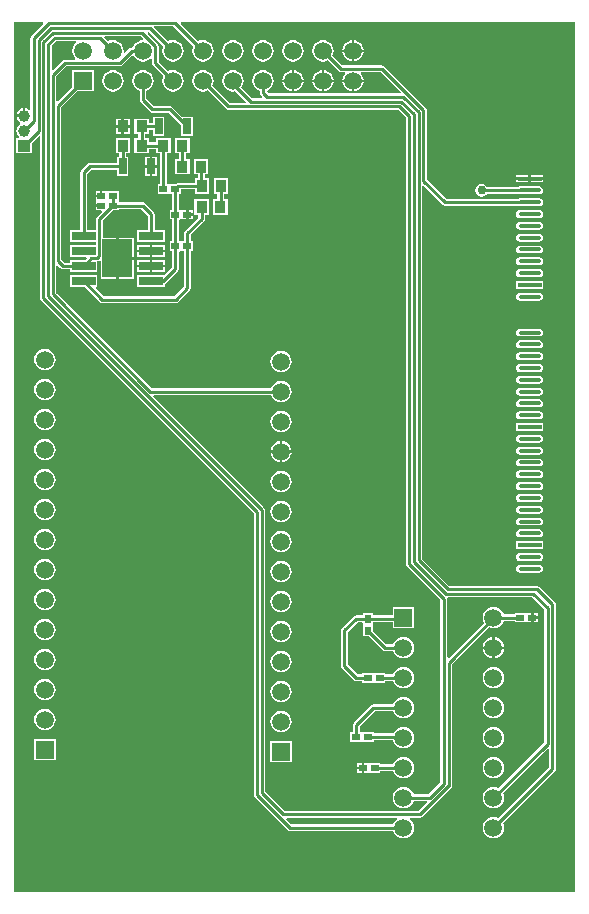
<source format=gtl>
G04 Layer_Physical_Order=1*
G04 Layer_Color=255*
%FSLAX24Y24*%
%MOIN*%
G70*
G01*
G75*
%ADD10R,0.0250X0.0200*%
%ADD11R,0.0354X0.0394*%
%ADD12R,0.0200X0.0250*%
%ADD13R,0.0256X0.0532*%
%ADD14O,0.0787X0.0138*%
%ADD15R,0.0787X0.0138*%
%ADD16R,0.0800X0.0260*%
%ADD17R,0.1000X0.1260*%
%ADD18C,0.0100*%
%ADD19C,0.0591*%
%ADD20R,0.0591X0.0591*%
%ADD21R,0.0591X0.0591*%
%ADD22C,0.0394*%
%ADD23R,0.0394X0.0394*%
%ADD24C,0.0300*%
G36*
X18850Y153D02*
X153D01*
Y29147D01*
X1112D01*
X1131Y29101D01*
X731Y28701D01*
X706Y28665D01*
X698Y28622D01*
X698Y28622D01*
Y26267D01*
X648Y26243D01*
X620Y26264D01*
X557Y26290D01*
X530Y26294D01*
Y26040D01*
X490D01*
Y26000D01*
X236D01*
X240Y25973D01*
X266Y25910D01*
X307Y25857D01*
X358Y25817D01*
X362Y25791D01*
Y25789D01*
X358Y25763D01*
X307Y25723D01*
X266Y25670D01*
X240Y25607D01*
X231Y25540D01*
X240Y25473D01*
X266Y25410D01*
X307Y25357D01*
X320Y25347D01*
X303Y25297D01*
X233D01*
Y24783D01*
X747D01*
Y25138D01*
X972Y25363D01*
X1018Y25344D01*
Y19960D01*
X1018Y19960D01*
X1026Y19917D01*
X1051Y19881D01*
X8148Y12784D01*
Y3390D01*
X8148Y3390D01*
X8156Y3347D01*
X8181Y3311D01*
X9271Y2221D01*
X9271Y2221D01*
X9307Y2196D01*
X9350Y2188D01*
X9350Y2188D01*
X11136D01*
X11136Y2188D01*
X11146Y2190D01*
X12794D01*
X12822Y2123D01*
X12879Y2049D01*
X12953Y1992D01*
X13039Y1956D01*
X13132Y1944D01*
X13225Y1956D01*
X13311Y1992D01*
X13386Y2049D01*
X13442Y2123D01*
X13478Y2209D01*
X13490Y2302D01*
X13478Y2395D01*
X13442Y2481D01*
X13386Y2556D01*
X13343Y2588D01*
X13360Y2638D01*
X13686D01*
X13686Y2638D01*
X13729Y2646D01*
X13766Y2671D01*
X14683Y3588D01*
X14717Y3611D01*
X14741Y3647D01*
X14750Y3690D01*
Y7761D01*
X15972Y8984D01*
X16039Y8956D01*
X16132Y8944D01*
X16225Y8956D01*
X16311Y8992D01*
X16386Y9049D01*
X16442Y9123D01*
X16470Y9190D01*
X16845D01*
Y9150D01*
X17195D01*
X17245Y9150D01*
X17265Y9150D01*
X17390D01*
Y9310D01*
Y9470D01*
X17265D01*
X17215Y9470D01*
X17195Y9470D01*
X16845D01*
Y9414D01*
X16470D01*
X16442Y9481D01*
X16386Y9556D01*
X16311Y9612D01*
X16225Y9648D01*
X16132Y9660D01*
X16039Y9648D01*
X15953Y9612D01*
X15879Y9556D01*
X15822Y9481D01*
X15786Y9395D01*
X15774Y9302D01*
X15786Y9209D01*
X15814Y9142D01*
X14636Y7964D01*
X14590Y7984D01*
Y9940D01*
X14631Y9988D01*
X17418D01*
X17828Y9578D01*
Y5156D01*
X16292Y3620D01*
X16225Y3648D01*
X16132Y3660D01*
X16039Y3648D01*
X15953Y3612D01*
X15879Y3556D01*
X15822Y3481D01*
X15786Y3395D01*
X15774Y3302D01*
X15786Y3209D01*
X15822Y3123D01*
X15879Y3049D01*
X15953Y2992D01*
X16039Y2956D01*
X16132Y2944D01*
X16225Y2956D01*
X16311Y2992D01*
X16386Y3049D01*
X16442Y3123D01*
X16478Y3209D01*
X16490Y3302D01*
X16478Y3395D01*
X16451Y3462D01*
X17942Y4953D01*
X17988Y4934D01*
Y4316D01*
X16292Y2621D01*
X16225Y2648D01*
X16132Y2660D01*
X16039Y2648D01*
X15953Y2612D01*
X15879Y2556D01*
X15822Y2481D01*
X15786Y2395D01*
X15774Y2302D01*
X15786Y2209D01*
X15822Y2123D01*
X15879Y2049D01*
X15953Y1992D01*
X16039Y1956D01*
X16132Y1944D01*
X16225Y1956D01*
X16311Y1992D01*
X16386Y2049D01*
X16442Y2123D01*
X16478Y2209D01*
X16490Y2302D01*
X16478Y2395D01*
X16451Y2462D01*
X18179Y4191D01*
X18179Y4191D01*
X18204Y4227D01*
X18212Y4270D01*
X18212Y4270D01*
Y9747D01*
X18212Y9747D01*
X18204Y9790D01*
X18179Y9826D01*
X17666Y10339D01*
X17630Y10364D01*
X17587Y10372D01*
X17587Y10372D01*
X14656D01*
X13752Y11276D01*
Y23694D01*
X13798Y23713D01*
X14438Y23073D01*
X14438Y23073D01*
X14474Y23049D01*
X14517Y23040D01*
X14517Y23040D01*
X16951D01*
X16965Y23031D01*
X17015Y23021D01*
X17665D01*
X17715Y23031D01*
X17758Y23060D01*
X17786Y23102D01*
X17796Y23153D01*
X17786Y23203D01*
X17758Y23246D01*
X17715Y23274D01*
X17665Y23284D01*
X17015D01*
X16965Y23274D01*
X16951Y23265D01*
X14564D01*
X13912Y23916D01*
Y26226D01*
X13904Y26269D01*
X13879Y26306D01*
X13879Y26306D01*
X12500Y27685D01*
X12464Y27709D01*
X12421Y27717D01*
X12421Y27717D01*
X11091D01*
X10768Y28040D01*
X10796Y28107D01*
X10808Y28200D01*
X10796Y28293D01*
X10760Y28379D01*
X10703Y28453D01*
X10629Y28510D01*
X10543Y28546D01*
X10450Y28558D01*
X10357Y28546D01*
X10271Y28510D01*
X10197Y28453D01*
X10140Y28379D01*
X10104Y28293D01*
X10092Y28200D01*
X10104Y28107D01*
X10140Y28021D01*
X10197Y27947D01*
X10271Y27890D01*
X10357Y27854D01*
X10450Y27842D01*
X10543Y27854D01*
X10610Y27882D01*
X10965Y27526D01*
X10965Y27526D01*
X11002Y27502D01*
X11045Y27493D01*
X11045Y27493D01*
X11173D01*
X11189Y27443D01*
X11140Y27379D01*
X11104Y27293D01*
X11097Y27240D01*
X11803D01*
X11796Y27293D01*
X11760Y27379D01*
X11711Y27443D01*
X11727Y27493D01*
X12375D01*
X13039Y26828D01*
X13020Y26782D01*
X8636D01*
X8597Y26822D01*
X8608Y26881D01*
X8629Y26890D01*
X8703Y26947D01*
X8760Y27021D01*
X8796Y27107D01*
X8808Y27200D01*
X8796Y27293D01*
X8760Y27379D01*
X8703Y27453D01*
X8629Y27510D01*
X8543Y27546D01*
X8450Y27558D01*
X8357Y27546D01*
X8271Y27510D01*
X8197Y27453D01*
X8140Y27379D01*
X8104Y27293D01*
X8092Y27200D01*
X8104Y27107D01*
X8140Y27021D01*
X8197Y26947D01*
X8271Y26890D01*
X8338Y26862D01*
Y26810D01*
X8338Y26810D01*
X8346Y26767D01*
X8371Y26731D01*
X8433Y26668D01*
X8414Y26622D01*
X8082D01*
X7727Y26977D01*
X7760Y27021D01*
X7796Y27107D01*
X7808Y27200D01*
X7796Y27293D01*
X7760Y27379D01*
X7703Y27453D01*
X7629Y27510D01*
X7543Y27546D01*
X7450Y27558D01*
X7357Y27546D01*
X7271Y27510D01*
X7197Y27453D01*
X7140Y27379D01*
X7104Y27293D01*
X7092Y27200D01*
X7104Y27107D01*
X7140Y27021D01*
X7197Y26947D01*
X7271Y26890D01*
X7357Y26854D01*
X7450Y26842D01*
X7534Y26853D01*
X7879Y26508D01*
X7860Y26462D01*
X7346D01*
X6768Y27040D01*
X6796Y27107D01*
X6808Y27200D01*
X6796Y27293D01*
X6760Y27379D01*
X6703Y27453D01*
X6629Y27510D01*
X6543Y27546D01*
X6450Y27558D01*
X6357Y27546D01*
X6271Y27510D01*
X6197Y27453D01*
X6140Y27379D01*
X6104Y27293D01*
X6092Y27200D01*
X6104Y27107D01*
X6140Y27021D01*
X6197Y26947D01*
X6271Y26890D01*
X6357Y26854D01*
X6450Y26842D01*
X6543Y26854D01*
X6610Y26882D01*
X7221Y26271D01*
X7221Y26271D01*
X7257Y26246D01*
X7300Y26238D01*
X7300Y26238D01*
X12951D01*
X13208Y25981D01*
Y11097D01*
X13208Y11097D01*
X13216Y11055D01*
X13241Y11018D01*
X14365Y9894D01*
Y3814D01*
X13966Y3414D01*
X13470D01*
X13442Y3481D01*
X13386Y3556D01*
X13311Y3612D01*
X13225Y3648D01*
X13132Y3660D01*
X13039Y3648D01*
X12953Y3612D01*
X12879Y3556D01*
X12822Y3481D01*
X12786Y3395D01*
X12774Y3302D01*
X12786Y3209D01*
X12822Y3123D01*
X12879Y3049D01*
X12953Y2992D01*
X13039Y2956D01*
X13132Y2944D01*
X13225Y2956D01*
X13311Y2992D01*
X13386Y3049D01*
X13442Y3123D01*
X13470Y3190D01*
X13902D01*
X13921Y3144D01*
X13640Y2862D01*
X9173D01*
X8532Y3503D01*
Y12896D01*
X8532Y12896D01*
X8524Y12939D01*
X8499Y12976D01*
X8499Y12976D01*
X4791Y16684D01*
X4810Y16730D01*
X8717D01*
X8745Y16663D01*
X8802Y16589D01*
X8876Y16532D01*
X8962Y16496D01*
X9055Y16484D01*
X9148Y16496D01*
X9234Y16532D01*
X9309Y16589D01*
X9365Y16663D01*
X9401Y16750D01*
X9413Y16843D01*
X9401Y16935D01*
X9365Y17022D01*
X9309Y17096D01*
X9234Y17153D01*
X9148Y17189D01*
X9055Y17201D01*
X8962Y17189D01*
X8876Y17153D01*
X8802Y17096D01*
X8745Y17022D01*
X8717Y16955D01*
X4746D01*
X1562Y20139D01*
Y21024D01*
X1608Y21043D01*
X1701Y20951D01*
X1701Y20951D01*
X1737Y20926D01*
X1780Y20918D01*
X2015D01*
Y20840D01*
X2935D01*
Y21181D01*
X2963Y21186D01*
X2990Y21204D01*
X3040Y21188D01*
Y20590D01*
X3560D01*
Y21280D01*
Y21970D01*
X3102D01*
Y22535D01*
X3447Y22880D01*
X3645D01*
Y22928D01*
X4394D01*
X4612Y22709D01*
Y22220D01*
X4265D01*
Y21840D01*
X5185D01*
Y22220D01*
X4837D01*
Y22755D01*
X4837Y22755D01*
X4828Y22798D01*
X4804Y22835D01*
X4519Y23119D01*
X4483Y23144D01*
X4440Y23152D01*
X4440Y23152D01*
X3650D01*
X3645Y23200D01*
D01*
X3639Y23249D01*
Y23526D01*
X3289D01*
X3239Y23526D01*
X3219Y23526D01*
X3094D01*
Y23366D01*
X3054D01*
Y23326D01*
X2869D01*
Y23248D01*
X2869Y23206D01*
X2875Y23159D01*
Y23080D01*
X3060D01*
Y23000D01*
X2875D01*
Y22880D01*
X3064D01*
X3083Y22834D01*
X2911Y22661D01*
X2886Y22625D01*
X2878Y22582D01*
X2878Y22582D01*
Y22220D01*
X2587D01*
Y24099D01*
X2726Y24238D01*
X3590D01*
Y24024D01*
X3966D01*
Y24676D01*
X3887D01*
Y24783D01*
X4012D01*
Y25297D01*
X3538D01*
Y24783D01*
X3663D01*
Y24676D01*
X3590D01*
Y24462D01*
X2680D01*
X2680Y24462D01*
X2637Y24454D01*
X2601Y24429D01*
X2601Y24429D01*
X2396Y24224D01*
X2371Y24188D01*
X2363Y24145D01*
X2363Y24145D01*
Y22220D01*
X2015D01*
Y21840D01*
X2878D01*
Y21720D01*
X2015D01*
Y21340D01*
X2561D01*
X2580Y21294D01*
X2506Y21220D01*
X2015D01*
Y21142D01*
X1826D01*
X1722Y21246D01*
Y26314D01*
X2253Y26845D01*
X2805D01*
Y27555D01*
X2095D01*
Y27003D01*
X1608Y26517D01*
X1562Y26536D01*
Y27354D01*
X1886Y27678D01*
X3670D01*
X3670Y27678D01*
X3713Y27686D01*
X3749Y27711D01*
X4084Y28046D01*
X4133Y28036D01*
X4140Y28021D01*
X4197Y27947D01*
X4271Y27890D01*
X4357Y27854D01*
X4450Y27842D01*
X4543Y27854D01*
X4629Y27890D01*
X4698Y27942D01*
X4748Y27931D01*
Y27790D01*
X4748Y27790D01*
X4756Y27747D01*
X4781Y27711D01*
X5132Y27360D01*
X5104Y27293D01*
X5092Y27200D01*
X5104Y27107D01*
X5140Y27021D01*
X5197Y26947D01*
X5271Y26890D01*
X5357Y26854D01*
X5450Y26842D01*
X5543Y26854D01*
X5629Y26890D01*
X5703Y26947D01*
X5760Y27021D01*
X5796Y27107D01*
X5808Y27200D01*
X5796Y27293D01*
X5760Y27379D01*
X5703Y27453D01*
X5629Y27510D01*
X5543Y27546D01*
X5450Y27558D01*
X5357Y27546D01*
X5290Y27518D01*
X4972Y27836D01*
Y28363D01*
X4972Y28363D01*
X4964Y28406D01*
X4939Y28442D01*
X4939Y28442D01*
X4611Y28770D01*
X4628Y28824D01*
X4645Y28827D01*
X5126Y28346D01*
X5104Y28293D01*
X5092Y28200D01*
X5104Y28107D01*
X5140Y28021D01*
X5197Y27947D01*
X5271Y27890D01*
X5357Y27854D01*
X5450Y27842D01*
X5543Y27854D01*
X5629Y27890D01*
X5703Y27947D01*
X5760Y28021D01*
X5796Y28107D01*
X5808Y28200D01*
X5796Y28293D01*
X5760Y28379D01*
X5703Y28453D01*
X5629Y28510D01*
X5543Y28546D01*
X5450Y28558D01*
X5357Y28546D01*
X5276Y28513D01*
X4808Y28981D01*
X4827Y29027D01*
X5464D01*
X6132Y28360D01*
X6104Y28293D01*
X6092Y28200D01*
X6104Y28107D01*
X6140Y28021D01*
X6197Y27947D01*
X6271Y27890D01*
X6357Y27854D01*
X6450Y27842D01*
X6543Y27854D01*
X6629Y27890D01*
X6703Y27947D01*
X6760Y28021D01*
X6796Y28107D01*
X6808Y28200D01*
X6796Y28293D01*
X6760Y28379D01*
X6703Y28453D01*
X6629Y28510D01*
X6543Y28546D01*
X6450Y28558D01*
X6357Y28546D01*
X6290Y28518D01*
X5708Y29101D01*
X5727Y29147D01*
X18850D01*
Y153D01*
D02*
G37*
G36*
X2228Y28478D02*
X2197Y28453D01*
X2140Y28379D01*
X2104Y28293D01*
X2092Y28200D01*
X2104Y28107D01*
X2140Y28021D01*
X2192Y27952D01*
X2181Y27902D01*
X1840D01*
X1797Y27894D01*
X1761Y27869D01*
X1761Y27869D01*
X1448Y27557D01*
X1402Y27576D01*
Y28374D01*
X1556Y28528D01*
X2212D01*
X2228Y28478D01*
D02*
G37*
G36*
X12921Y2588D02*
X12879Y2556D01*
X12822Y2481D01*
X12794Y2414D01*
X11138D01*
X11127Y2412D01*
X9396D01*
X9217Y2592D01*
X9236Y2638D01*
X12904D01*
X12921Y2588D01*
D02*
G37*
G36*
X4461Y28603D02*
X4437Y28557D01*
X4357Y28546D01*
X4271Y28510D01*
X4197Y28453D01*
X4140Y28379D01*
X4112Y28312D01*
X4080D01*
X4080Y28312D01*
X4037Y28304D01*
X4000Y28279D01*
X4000Y28279D01*
X3849Y28128D01*
X3802Y28152D01*
X3808Y28200D01*
X3796Y28293D01*
X3760Y28379D01*
X3703Y28453D01*
X3629Y28510D01*
X3543Y28546D01*
X3450Y28558D01*
X3357Y28546D01*
X3290Y28518D01*
X3167Y28642D01*
X3186Y28688D01*
X4377D01*
X4461Y28603D01*
D02*
G37*
%LPC*%
G36*
X9055Y14201D02*
X8962Y14189D01*
X8876Y14153D01*
X8802Y14096D01*
X8745Y14022D01*
X8709Y13935D01*
X8697Y13843D01*
X8709Y13750D01*
X8745Y13663D01*
X8802Y13589D01*
X8876Y13532D01*
X8962Y13496D01*
X9055Y13484D01*
X9148Y13496D01*
X9234Y13532D01*
X9309Y13589D01*
X9365Y13663D01*
X9401Y13750D01*
X9413Y13843D01*
X9401Y13935D01*
X9365Y14022D01*
X9309Y14096D01*
X9234Y14153D01*
X9148Y14189D01*
X9055Y14201D01*
D02*
G37*
G36*
X17665Y13429D02*
X17015D01*
X16965Y13419D01*
X16922Y13390D01*
X16894Y13348D01*
X16884Y13297D01*
X16894Y13247D01*
X16922Y13205D01*
X16965Y13176D01*
X17015Y13166D01*
X17665D01*
X17715Y13176D01*
X17758Y13205D01*
X17786Y13247D01*
X17796Y13297D01*
X17786Y13348D01*
X17758Y13390D01*
X17715Y13419D01*
X17665Y13429D01*
D02*
G37*
G36*
X1181Y14264D02*
X1088Y14252D01*
X1002Y14216D01*
X928Y14159D01*
X871Y14085D01*
X835Y13998D01*
X823Y13906D01*
X835Y13813D01*
X871Y13726D01*
X928Y13652D01*
X1002Y13595D01*
X1088Y13559D01*
X1181Y13547D01*
X1274Y13559D01*
X1360Y13595D01*
X1434Y13652D01*
X1491Y13726D01*
X1527Y13813D01*
X1539Y13906D01*
X1527Y13998D01*
X1491Y14085D01*
X1434Y14159D01*
X1360Y14216D01*
X1274Y14252D01*
X1181Y14264D01*
D02*
G37*
G36*
X17665Y14610D02*
X17015D01*
X16965Y14600D01*
X16922Y14572D01*
X16894Y14529D01*
X16884Y14479D01*
X16894Y14428D01*
X16922Y14386D01*
X16965Y14357D01*
X17015Y14347D01*
X17665D01*
X17715Y14357D01*
X17758Y14386D01*
X17786Y14428D01*
X17796Y14479D01*
X17786Y14529D01*
X17758Y14572D01*
X17715Y14600D01*
X17665Y14610D01*
D02*
G37*
G36*
X9015Y14803D02*
X8702D01*
X8709Y14750D01*
X8745Y14663D01*
X8802Y14589D01*
X8876Y14532D01*
X8962Y14496D01*
X9015Y14489D01*
Y14803D01*
D02*
G37*
G36*
X17665Y13823D02*
X17015D01*
X16965Y13813D01*
X16922Y13784D01*
X16894Y13741D01*
X16884Y13691D01*
X16894Y13641D01*
X16922Y13598D01*
X16965Y13570D01*
X17015Y13560D01*
X17665D01*
X17715Y13570D01*
X17758Y13598D01*
X17786Y13641D01*
X17796Y13691D01*
X17786Y13741D01*
X17758Y13784D01*
X17715Y13813D01*
X17665Y13823D01*
D02*
G37*
G36*
Y14216D02*
X17015D01*
X16965Y14206D01*
X16922Y14178D01*
X16894Y14135D01*
X16884Y14085D01*
X16894Y14035D01*
X16922Y13992D01*
X16965Y13963D01*
X17015Y13953D01*
X17665D01*
X17715Y13963D01*
X17758Y13992D01*
X17786Y14035D01*
X17796Y14085D01*
X17786Y14135D01*
X17758Y14178D01*
X17715Y14206D01*
X17665Y14216D01*
D02*
G37*
G36*
Y13035D02*
X17015D01*
X16965Y13025D01*
X16922Y12997D01*
X16894Y12954D01*
X16884Y12904D01*
X16894Y12853D01*
X16922Y12811D01*
X16965Y12782D01*
X17015Y12772D01*
X17665D01*
X17715Y12782D01*
X17758Y12811D01*
X17786Y12853D01*
X17796Y12904D01*
X17786Y12954D01*
X17758Y12997D01*
X17715Y13025D01*
X17665Y13035D01*
D02*
G37*
G36*
X17794Y11852D02*
X16886D01*
Y11594D01*
X17794D01*
Y11852D01*
D02*
G37*
G36*
X1181Y12264D02*
X1088Y12252D01*
X1002Y12216D01*
X928Y12159D01*
X871Y12085D01*
X835Y11998D01*
X823Y11906D01*
X835Y11813D01*
X871Y11726D01*
X928Y11652D01*
X1002Y11595D01*
X1088Y11559D01*
X1181Y11547D01*
X1274Y11559D01*
X1360Y11595D01*
X1434Y11652D01*
X1491Y11726D01*
X1527Y11813D01*
X1539Y11906D01*
X1527Y11998D01*
X1491Y12085D01*
X1434Y12159D01*
X1360Y12216D01*
X1274Y12252D01*
X1181Y12264D01*
D02*
G37*
G36*
X9055Y12201D02*
X8962Y12189D01*
X8876Y12153D01*
X8802Y12096D01*
X8745Y12022D01*
X8709Y11935D01*
X8697Y11843D01*
X8709Y11750D01*
X8745Y11663D01*
X8802Y11589D01*
X8876Y11532D01*
X8962Y11496D01*
X9055Y11484D01*
X9148Y11496D01*
X9234Y11532D01*
X9309Y11589D01*
X9365Y11663D01*
X9401Y11750D01*
X9413Y11843D01*
X9401Y11935D01*
X9365Y12022D01*
X9309Y12096D01*
X9234Y12153D01*
X9148Y12189D01*
X9055Y12201D01*
D02*
G37*
G36*
X17665Y12248D02*
X17015D01*
X16965Y12238D01*
X16922Y12209D01*
X16894Y12167D01*
X16884Y12116D01*
X16894Y12066D01*
X16922Y12023D01*
X16965Y11995D01*
X17015Y11985D01*
X17665D01*
X17715Y11995D01*
X17758Y12023D01*
X17786Y12066D01*
X17796Y12116D01*
X17786Y12167D01*
X17758Y12209D01*
X17715Y12238D01*
X17665Y12248D01*
D02*
G37*
G36*
X1181Y13264D02*
X1088Y13252D01*
X1002Y13216D01*
X928Y13159D01*
X871Y13085D01*
X835Y12998D01*
X823Y12906D01*
X835Y12813D01*
X871Y12726D01*
X928Y12652D01*
X1002Y12595D01*
X1088Y12559D01*
X1181Y12547D01*
X1274Y12559D01*
X1360Y12595D01*
X1434Y12652D01*
X1491Y12726D01*
X1527Y12813D01*
X1539Y12906D01*
X1527Y12998D01*
X1491Y13085D01*
X1434Y13159D01*
X1360Y13216D01*
X1274Y13252D01*
X1181Y13264D01*
D02*
G37*
G36*
X9055Y13201D02*
X8962Y13189D01*
X8876Y13153D01*
X8802Y13096D01*
X8745Y13022D01*
X8709Y12935D01*
X8697Y12843D01*
X8709Y12750D01*
X8745Y12663D01*
X8802Y12589D01*
X8876Y12532D01*
X8962Y12496D01*
X9055Y12484D01*
X9148Y12496D01*
X9234Y12532D01*
X9309Y12589D01*
X9365Y12663D01*
X9401Y12750D01*
X9413Y12843D01*
X9401Y12935D01*
X9365Y13022D01*
X9309Y13096D01*
X9234Y13153D01*
X9148Y13189D01*
X9055Y13201D01*
D02*
G37*
G36*
X17665Y12641D02*
X17015D01*
X16965Y12631D01*
X16922Y12603D01*
X16894Y12560D01*
X16884Y12510D01*
X16894Y12460D01*
X16922Y12417D01*
X16965Y12389D01*
X17015Y12379D01*
X17665D01*
X17715Y12389D01*
X17758Y12417D01*
X17786Y12460D01*
X17796Y12510D01*
X17786Y12560D01*
X17758Y12603D01*
X17715Y12631D01*
X17665Y12641D01*
D02*
G37*
G36*
Y16579D02*
X17015D01*
X16965Y16568D01*
X16922Y16540D01*
X16894Y16497D01*
X16884Y16447D01*
X16894Y16397D01*
X16922Y16354D01*
X16965Y16326D01*
X17015Y16316D01*
X17665D01*
X17715Y16326D01*
X17758Y16354D01*
X17786Y16397D01*
X17796Y16447D01*
X17786Y16497D01*
X17758Y16540D01*
X17715Y16568D01*
X17665Y16579D01*
D02*
G37*
G36*
Y16185D02*
X17015D01*
X16965Y16175D01*
X16922Y16146D01*
X16894Y16104D01*
X16884Y16053D01*
X16894Y16003D01*
X16922Y15960D01*
X16965Y15932D01*
X17015Y15922D01*
X17665D01*
X17715Y15932D01*
X17758Y15960D01*
X17786Y16003D01*
X17796Y16053D01*
X17786Y16104D01*
X17758Y16146D01*
X17715Y16175D01*
X17665Y16185D01*
D02*
G37*
G36*
X1181Y16264D02*
X1088Y16252D01*
X1002Y16216D01*
X928Y16159D01*
X871Y16085D01*
X835Y15998D01*
X823Y15906D01*
X835Y15813D01*
X871Y15726D01*
X928Y15652D01*
X1002Y15595D01*
X1088Y15559D01*
X1181Y15547D01*
X1274Y15559D01*
X1360Y15595D01*
X1434Y15652D01*
X1491Y15726D01*
X1527Y15813D01*
X1539Y15906D01*
X1527Y15998D01*
X1491Y16085D01*
X1434Y16159D01*
X1360Y16216D01*
X1274Y16252D01*
X1181Y16264D01*
D02*
G37*
G36*
Y17264D02*
X1088Y17252D01*
X1002Y17216D01*
X928Y17159D01*
X871Y17085D01*
X835Y16998D01*
X823Y16906D01*
X835Y16813D01*
X871Y16726D01*
X928Y16652D01*
X1002Y16595D01*
X1088Y16559D01*
X1181Y16547D01*
X1274Y16559D01*
X1360Y16595D01*
X1434Y16652D01*
X1491Y16726D01*
X1527Y16813D01*
X1539Y16906D01*
X1527Y16998D01*
X1491Y17085D01*
X1434Y17159D01*
X1360Y17216D01*
X1274Y17252D01*
X1181Y17264D01*
D02*
G37*
G36*
X9055Y18201D02*
X8962Y18189D01*
X8876Y18153D01*
X8802Y18096D01*
X8745Y18022D01*
X8709Y17935D01*
X8697Y17843D01*
X8709Y17750D01*
X8745Y17663D01*
X8802Y17589D01*
X8876Y17532D01*
X8962Y17496D01*
X9055Y17484D01*
X9148Y17496D01*
X9234Y17532D01*
X9309Y17589D01*
X9365Y17663D01*
X9401Y17750D01*
X9413Y17843D01*
X9401Y17935D01*
X9365Y18022D01*
X9309Y18096D01*
X9234Y18153D01*
X9148Y18189D01*
X9055Y18201D01*
D02*
G37*
G36*
X17665Y17366D02*
X17015D01*
X16965Y17356D01*
X16922Y17327D01*
X16894Y17285D01*
X16884Y17234D01*
X16894Y17184D01*
X16922Y17142D01*
X16965Y17113D01*
X17015Y17103D01*
X17665D01*
X17715Y17113D01*
X17758Y17142D01*
X17786Y17184D01*
X17796Y17234D01*
X17786Y17285D01*
X17758Y17327D01*
X17715Y17356D01*
X17665Y17366D01*
D02*
G37*
G36*
Y16972D02*
X17015D01*
X16965Y16962D01*
X16922Y16934D01*
X16894Y16891D01*
X16884Y16841D01*
X16894Y16790D01*
X16922Y16748D01*
X16965Y16719D01*
X17015Y16709D01*
X17665D01*
X17715Y16719D01*
X17758Y16748D01*
X17786Y16790D01*
X17796Y16841D01*
X17786Y16891D01*
X17758Y16934D01*
X17715Y16962D01*
X17665Y16972D01*
D02*
G37*
G36*
X17794Y15789D02*
X16886D01*
Y15531D01*
X17794D01*
Y15789D01*
D02*
G37*
G36*
X17665Y15004D02*
X17015D01*
X16965Y14994D01*
X16922Y14965D01*
X16894Y14923D01*
X16884Y14872D01*
X16894Y14822D01*
X16922Y14779D01*
X16965Y14751D01*
X17015Y14741D01*
X17665D01*
X17715Y14751D01*
X17758Y14779D01*
X17786Y14822D01*
X17796Y14872D01*
X17786Y14923D01*
X17758Y14965D01*
X17715Y14994D01*
X17665Y15004D01*
D02*
G37*
G36*
X1181Y15264D02*
X1088Y15252D01*
X1002Y15216D01*
X928Y15159D01*
X871Y15085D01*
X835Y14998D01*
X823Y14906D01*
X835Y14813D01*
X871Y14726D01*
X928Y14652D01*
X1002Y14595D01*
X1088Y14559D01*
X1181Y14547D01*
X1274Y14559D01*
X1360Y14595D01*
X1434Y14652D01*
X1491Y14726D01*
X1527Y14813D01*
X1539Y14906D01*
X1527Y14998D01*
X1491Y15085D01*
X1434Y15159D01*
X1360Y15216D01*
X1274Y15252D01*
X1181Y15264D01*
D02*
G37*
G36*
X9408Y14803D02*
X9095D01*
Y14489D01*
X9148Y14496D01*
X9234Y14532D01*
X9309Y14589D01*
X9365Y14663D01*
X9401Y14750D01*
X9408Y14803D01*
D02*
G37*
G36*
X9015Y15196D02*
X8962Y15189D01*
X8876Y15153D01*
X8802Y15096D01*
X8745Y15022D01*
X8709Y14935D01*
X8702Y14883D01*
X9015D01*
Y15196D01*
D02*
G37*
G36*
X9055Y16201D02*
X8962Y16189D01*
X8876Y16153D01*
X8802Y16096D01*
X8745Y16022D01*
X8709Y15935D01*
X8697Y15843D01*
X8709Y15750D01*
X8745Y15663D01*
X8802Y15589D01*
X8876Y15532D01*
X8962Y15496D01*
X9055Y15484D01*
X9148Y15496D01*
X9234Y15532D01*
X9309Y15589D01*
X9365Y15663D01*
X9401Y15750D01*
X9413Y15843D01*
X9401Y15935D01*
X9365Y16022D01*
X9309Y16096D01*
X9234Y16153D01*
X9148Y16189D01*
X9055Y16201D01*
D02*
G37*
G36*
X17665Y15397D02*
X17015D01*
X16965Y15387D01*
X16922Y15359D01*
X16894Y15316D01*
X16884Y15266D01*
X16894Y15216D01*
X16922Y15173D01*
X16965Y15145D01*
X17015Y15135D01*
X17665D01*
X17715Y15145D01*
X17758Y15173D01*
X17786Y15216D01*
X17796Y15266D01*
X17786Y15316D01*
X17758Y15359D01*
X17715Y15387D01*
X17665Y15397D01*
D02*
G37*
G36*
X9095Y15196D02*
Y14883D01*
X9408D01*
X9401Y14935D01*
X9365Y15022D01*
X9309Y15096D01*
X9234Y15153D01*
X9148Y15189D01*
X9095Y15196D01*
D02*
G37*
G36*
X17665Y11460D02*
X17015D01*
X16965Y11450D01*
X16922Y11422D01*
X16894Y11379D01*
X16884Y11329D01*
X16894Y11279D01*
X16922Y11236D01*
X16965Y11208D01*
X17015Y11198D01*
X17665D01*
X17715Y11208D01*
X17758Y11236D01*
X17786Y11279D01*
X17796Y11329D01*
X17786Y11379D01*
X17758Y11422D01*
X17715Y11450D01*
X17665Y11460D01*
D02*
G37*
G36*
X16132Y6660D02*
X16039Y6648D01*
X15953Y6612D01*
X15879Y6556D01*
X15822Y6481D01*
X15786Y6395D01*
X15774Y6302D01*
X15786Y6209D01*
X15822Y6123D01*
X15879Y6049D01*
X15953Y5992D01*
X16039Y5956D01*
X16132Y5944D01*
X16225Y5956D01*
X16311Y5992D01*
X16386Y6049D01*
X16442Y6123D01*
X16478Y6209D01*
X16490Y6302D01*
X16478Y6395D01*
X16442Y6481D01*
X16386Y6556D01*
X16311Y6612D01*
X16225Y6648D01*
X16132Y6660D01*
D02*
G37*
G36*
X13132D02*
X13039Y6648D01*
X12953Y6612D01*
X12879Y6556D01*
X12822Y6481D01*
X12794Y6414D01*
X12132D01*
X12089Y6406D01*
X12053Y6381D01*
X12053Y6381D01*
X11478Y5807D01*
X11454Y5770D01*
X11445Y5727D01*
X11445Y5727D01*
Y5494D01*
X11366D01*
Y5174D01*
X11716D01*
X11766Y5174D01*
X11786Y5174D01*
X12136D01*
Y5221D01*
X12784D01*
X12786Y5209D01*
X12822Y5123D01*
X12879Y5049D01*
X12953Y4992D01*
X13039Y4956D01*
X13132Y4944D01*
X13225Y4956D01*
X13311Y4992D01*
X13386Y5049D01*
X13442Y5123D01*
X13478Y5209D01*
X13490Y5302D01*
X13478Y5395D01*
X13442Y5481D01*
X13386Y5556D01*
X13311Y5612D01*
X13225Y5648D01*
X13132Y5660D01*
X13039Y5648D01*
X12953Y5612D01*
X12879Y5556D01*
X12822Y5481D01*
X12807Y5446D01*
X12136D01*
Y5494D01*
X11786D01*
X11736Y5494D01*
X11719Y5494D01*
X11669Y5502D01*
Y5681D01*
X12179Y6190D01*
X12794D01*
X12822Y6123D01*
X12879Y6049D01*
X12953Y5992D01*
X13039Y5956D01*
X13132Y5944D01*
X13225Y5956D01*
X13311Y5992D01*
X13386Y6049D01*
X13442Y6123D01*
X13478Y6209D01*
X13490Y6302D01*
X13478Y6395D01*
X13442Y6481D01*
X13386Y6556D01*
X13311Y6612D01*
X13225Y6648D01*
X13132Y6660D01*
D02*
G37*
G36*
X1181Y6264D02*
X1088Y6252D01*
X1002Y6216D01*
X928Y6159D01*
X871Y6085D01*
X835Y5998D01*
X823Y5906D01*
X835Y5813D01*
X871Y5726D01*
X928Y5652D01*
X1002Y5595D01*
X1088Y5559D01*
X1181Y5547D01*
X1274Y5559D01*
X1360Y5595D01*
X1434Y5652D01*
X1491Y5726D01*
X1527Y5813D01*
X1539Y5906D01*
X1527Y5998D01*
X1491Y6085D01*
X1434Y6159D01*
X1360Y6216D01*
X1274Y6252D01*
X1181Y6264D01*
D02*
G37*
G36*
X9055Y7201D02*
X8962Y7189D01*
X8876Y7153D01*
X8802Y7096D01*
X8745Y7022D01*
X8709Y6935D01*
X8697Y6843D01*
X8709Y6750D01*
X8745Y6663D01*
X8802Y6589D01*
X8876Y6532D01*
X8962Y6496D01*
X9055Y6484D01*
X9148Y6496D01*
X9234Y6532D01*
X9309Y6589D01*
X9365Y6663D01*
X9401Y6750D01*
X9413Y6843D01*
X9401Y6935D01*
X9365Y7022D01*
X9309Y7096D01*
X9234Y7153D01*
X9148Y7189D01*
X9055Y7201D01*
D02*
G37*
G36*
Y8201D02*
X8962Y8189D01*
X8876Y8153D01*
X8802Y8096D01*
X8745Y8022D01*
X8709Y7935D01*
X8697Y7843D01*
X8709Y7750D01*
X8745Y7663D01*
X8802Y7589D01*
X8876Y7532D01*
X8962Y7496D01*
X9055Y7484D01*
X9148Y7496D01*
X9234Y7532D01*
X9309Y7589D01*
X9365Y7663D01*
X9401Y7750D01*
X9413Y7843D01*
X9401Y7935D01*
X9365Y8022D01*
X9309Y8096D01*
X9234Y8153D01*
X9148Y8189D01*
X9055Y8201D01*
D02*
G37*
G36*
X16132Y7660D02*
X16039Y7648D01*
X15953Y7612D01*
X15879Y7556D01*
X15822Y7481D01*
X15786Y7395D01*
X15774Y7302D01*
X15786Y7209D01*
X15822Y7123D01*
X15879Y7049D01*
X15953Y6992D01*
X16039Y6956D01*
X16132Y6944D01*
X16225Y6956D01*
X16311Y6992D01*
X16386Y7049D01*
X16442Y7123D01*
X16478Y7209D01*
X16490Y7302D01*
X16478Y7395D01*
X16442Y7481D01*
X16386Y7556D01*
X16311Y7612D01*
X16225Y7648D01*
X16132Y7660D01*
D02*
G37*
G36*
X1181Y7264D02*
X1088Y7252D01*
X1002Y7216D01*
X928Y7159D01*
X871Y7085D01*
X835Y6998D01*
X823Y6906D01*
X835Y6813D01*
X871Y6726D01*
X928Y6652D01*
X1002Y6595D01*
X1088Y6559D01*
X1181Y6547D01*
X1274Y6559D01*
X1360Y6595D01*
X1434Y6652D01*
X1491Y6726D01*
X1527Y6813D01*
X1539Y6906D01*
X1527Y6998D01*
X1491Y7085D01*
X1434Y7159D01*
X1360Y7216D01*
X1274Y7252D01*
X1181Y7264D01*
D02*
G37*
G36*
X9055Y6201D02*
X8962Y6189D01*
X8876Y6153D01*
X8802Y6096D01*
X8745Y6022D01*
X8709Y5935D01*
X8697Y5843D01*
X8709Y5750D01*
X8745Y5663D01*
X8802Y5589D01*
X8876Y5532D01*
X8962Y5496D01*
X9055Y5484D01*
X9148Y5496D01*
X9234Y5532D01*
X9309Y5589D01*
X9365Y5663D01*
X9401Y5750D01*
X9413Y5843D01*
X9401Y5935D01*
X9365Y6022D01*
X9309Y6096D01*
X9234Y6153D01*
X9148Y6189D01*
X9055Y6201D01*
D02*
G37*
G36*
X11740Y4460D02*
X11595D01*
Y4340D01*
X11740D01*
Y4460D01*
D02*
G37*
G36*
Y4260D02*
X11595D01*
Y4140D01*
X11740D01*
Y4260D01*
D02*
G37*
G36*
X16132Y4660D02*
X16039Y4648D01*
X15953Y4612D01*
X15879Y4556D01*
X15822Y4481D01*
X15786Y4395D01*
X15774Y4302D01*
X15786Y4209D01*
X15822Y4123D01*
X15879Y4049D01*
X15953Y3992D01*
X16039Y3956D01*
X16132Y3944D01*
X16225Y3956D01*
X16311Y3992D01*
X16386Y4049D01*
X16442Y4123D01*
X16478Y4209D01*
X16490Y4302D01*
X16478Y4395D01*
X16442Y4481D01*
X16386Y4556D01*
X16311Y4612D01*
X16225Y4648D01*
X16132Y4660D01*
D02*
G37*
G36*
X13132D02*
X13039Y4648D01*
X12953Y4612D01*
X12879Y4556D01*
X12822Y4481D01*
X12793Y4412D01*
X12365D01*
Y4460D01*
X12015D01*
X11965Y4460D01*
X11945Y4460D01*
X11820D01*
Y4300D01*
Y4140D01*
X11945D01*
X11995Y4140D01*
X12015Y4140D01*
X12365D01*
Y4188D01*
X12795D01*
X12822Y4123D01*
X12879Y4049D01*
X12953Y3992D01*
X13039Y3956D01*
X13132Y3944D01*
X13225Y3956D01*
X13311Y3992D01*
X13386Y4049D01*
X13442Y4123D01*
X13478Y4209D01*
X13490Y4302D01*
X13478Y4395D01*
X13442Y4481D01*
X13386Y4556D01*
X13311Y4612D01*
X13225Y4648D01*
X13132Y4660D01*
D02*
G37*
G36*
X16132Y5660D02*
X16039Y5648D01*
X15953Y5612D01*
X15879Y5556D01*
X15822Y5481D01*
X15786Y5395D01*
X15774Y5302D01*
X15786Y5209D01*
X15822Y5123D01*
X15879Y5049D01*
X15953Y4992D01*
X16039Y4956D01*
X16132Y4944D01*
X16225Y4956D01*
X16311Y4992D01*
X16386Y5049D01*
X16442Y5123D01*
X16478Y5209D01*
X16490Y5302D01*
X16478Y5395D01*
X16442Y5481D01*
X16386Y5556D01*
X16311Y5612D01*
X16225Y5648D01*
X16132Y5660D01*
D02*
G37*
G36*
X1536Y5261D02*
X826D01*
Y4550D01*
X1536D01*
Y5261D01*
D02*
G37*
G36*
X9410Y5198D02*
X8700D01*
Y4487D01*
X9410D01*
Y5198D01*
D02*
G37*
G36*
X9055Y10201D02*
X8962Y10189D01*
X8876Y10153D01*
X8802Y10096D01*
X8745Y10022D01*
X8709Y9935D01*
X8697Y9843D01*
X8709Y9750D01*
X8745Y9663D01*
X8802Y9589D01*
X8876Y9532D01*
X8962Y9496D01*
X9055Y9484D01*
X9148Y9496D01*
X9234Y9532D01*
X9309Y9589D01*
X9365Y9663D01*
X9401Y9750D01*
X9413Y9843D01*
X9401Y9935D01*
X9365Y10022D01*
X9309Y10096D01*
X9234Y10153D01*
X9148Y10189D01*
X9055Y10201D01*
D02*
G37*
G36*
X13487Y9657D02*
X12777D01*
Y9383D01*
X12111D01*
Y9456D01*
X11791D01*
Y9383D01*
X11557D01*
X11514Y9374D01*
X11478Y9350D01*
X11478Y9350D01*
X11084Y8956D01*
X11060Y8920D01*
X11051Y8877D01*
X11051Y8877D01*
Y7696D01*
X11051Y7696D01*
X11060Y7653D01*
X11084Y7617D01*
X11459Y7242D01*
X11472Y7223D01*
X11508Y7199D01*
X11551Y7190D01*
X11760D01*
Y7142D01*
X12110D01*
X12160Y7142D01*
X12180Y7142D01*
X12530D01*
Y7190D01*
X12794D01*
X12822Y7123D01*
X12879Y7049D01*
X12953Y6992D01*
X13039Y6956D01*
X13132Y6944D01*
X13225Y6956D01*
X13311Y6992D01*
X13386Y7049D01*
X13442Y7123D01*
X13478Y7209D01*
X13490Y7302D01*
X13478Y7395D01*
X13442Y7481D01*
X13386Y7556D01*
X13311Y7612D01*
X13225Y7648D01*
X13132Y7660D01*
X13039Y7648D01*
X12953Y7612D01*
X12879Y7556D01*
X12822Y7481D01*
X12794Y7414D01*
X12530D01*
Y7462D01*
X12180D01*
X12130Y7462D01*
X12110Y7462D01*
X11760D01*
Y7414D01*
X11604D01*
X11276Y7742D01*
Y8830D01*
X11604Y9158D01*
X11756D01*
X11791Y9123D01*
X11791Y9056D01*
X11791Y9036D01*
Y8686D01*
X11977D01*
X12440Y8223D01*
X12477Y8199D01*
X12520Y8190D01*
X12520Y8190D01*
X12794D01*
X12822Y8123D01*
X12879Y8049D01*
X12953Y7992D01*
X13039Y7956D01*
X13132Y7944D01*
X13225Y7956D01*
X13311Y7992D01*
X13386Y8049D01*
X13442Y8123D01*
X13478Y8209D01*
X13490Y8302D01*
X13478Y8395D01*
X13442Y8481D01*
X13386Y8556D01*
X13311Y8612D01*
X13225Y8648D01*
X13132Y8660D01*
X13039Y8648D01*
X12953Y8612D01*
X12879Y8556D01*
X12822Y8481D01*
X12794Y8414D01*
X12566D01*
X12111Y8869D01*
X12111Y9086D01*
X12111Y9106D01*
Y9158D01*
X12777D01*
Y8947D01*
X13487D01*
Y9657D01*
D02*
G37*
G36*
X17470Y9470D02*
Y9350D01*
X17615D01*
Y9470D01*
X17470D01*
D02*
G37*
G36*
X1181Y10264D02*
X1088Y10252D01*
X1002Y10216D01*
X928Y10159D01*
X871Y10085D01*
X835Y9998D01*
X823Y9906D01*
X835Y9813D01*
X871Y9726D01*
X928Y9652D01*
X1002Y9595D01*
X1088Y9559D01*
X1181Y9547D01*
X1274Y9559D01*
X1360Y9595D01*
X1434Y9652D01*
X1491Y9726D01*
X1527Y9813D01*
X1539Y9906D01*
X1527Y9998D01*
X1491Y10085D01*
X1434Y10159D01*
X1360Y10216D01*
X1274Y10252D01*
X1181Y10264D01*
D02*
G37*
G36*
X17665Y11067D02*
X17015D01*
X16965Y11057D01*
X16922Y11028D01*
X16894Y10986D01*
X16884Y10935D01*
X16894Y10885D01*
X16922Y10842D01*
X16965Y10814D01*
X17015Y10804D01*
X17665D01*
X17715Y10814D01*
X17758Y10842D01*
X17786Y10885D01*
X17796Y10935D01*
X17786Y10986D01*
X17758Y11028D01*
X17715Y11057D01*
X17665Y11067D01*
D02*
G37*
G36*
X1181Y11264D02*
X1088Y11252D01*
X1002Y11216D01*
X928Y11159D01*
X871Y11085D01*
X835Y10998D01*
X823Y10906D01*
X835Y10813D01*
X871Y10726D01*
X928Y10652D01*
X1002Y10595D01*
X1088Y10559D01*
X1181Y10547D01*
X1274Y10559D01*
X1360Y10595D01*
X1434Y10652D01*
X1491Y10726D01*
X1527Y10813D01*
X1539Y10906D01*
X1527Y10998D01*
X1491Y11085D01*
X1434Y11159D01*
X1360Y11216D01*
X1274Y11252D01*
X1181Y11264D01*
D02*
G37*
G36*
X9055Y11201D02*
X8962Y11189D01*
X8876Y11153D01*
X8802Y11096D01*
X8745Y11022D01*
X8709Y10935D01*
X8697Y10843D01*
X8709Y10750D01*
X8745Y10663D01*
X8802Y10589D01*
X8876Y10532D01*
X8962Y10496D01*
X9055Y10484D01*
X9148Y10496D01*
X9234Y10532D01*
X9309Y10589D01*
X9365Y10663D01*
X9401Y10750D01*
X9413Y10843D01*
X9401Y10935D01*
X9365Y11022D01*
X9309Y11096D01*
X9234Y11153D01*
X9148Y11189D01*
X9055Y11201D01*
D02*
G37*
G36*
X17615Y9270D02*
X17470D01*
Y9150D01*
X17615D01*
Y9270D01*
D02*
G37*
G36*
X16485Y8262D02*
X16172D01*
Y7949D01*
X16225Y7956D01*
X16311Y7992D01*
X16386Y8049D01*
X16442Y8123D01*
X16478Y8209D01*
X16485Y8262D01*
D02*
G37*
G36*
X16092D02*
X15779D01*
X15786Y8209D01*
X15822Y8123D01*
X15879Y8049D01*
X15953Y7992D01*
X16039Y7956D01*
X16092Y7949D01*
Y8262D01*
D02*
G37*
G36*
X1181Y8264D02*
X1088Y8252D01*
X1002Y8216D01*
X928Y8159D01*
X871Y8085D01*
X835Y7998D01*
X823Y7906D01*
X835Y7813D01*
X871Y7726D01*
X928Y7652D01*
X1002Y7595D01*
X1088Y7559D01*
X1181Y7547D01*
X1274Y7559D01*
X1360Y7595D01*
X1434Y7652D01*
X1491Y7726D01*
X1527Y7813D01*
X1539Y7906D01*
X1527Y7998D01*
X1491Y8085D01*
X1434Y8159D01*
X1360Y8216D01*
X1274Y8252D01*
X1181Y8264D01*
D02*
G37*
G36*
X16092Y8655D02*
X16039Y8648D01*
X15953Y8612D01*
X15879Y8556D01*
X15822Y8481D01*
X15786Y8395D01*
X15779Y8342D01*
X16092D01*
Y8655D01*
D02*
G37*
G36*
X1181Y9264D02*
X1088Y9252D01*
X1002Y9216D01*
X928Y9159D01*
X871Y9085D01*
X835Y8998D01*
X823Y8906D01*
X835Y8813D01*
X871Y8726D01*
X928Y8652D01*
X1002Y8595D01*
X1088Y8559D01*
X1181Y8547D01*
X1274Y8559D01*
X1360Y8595D01*
X1434Y8652D01*
X1491Y8726D01*
X1527Y8813D01*
X1539Y8906D01*
X1527Y8998D01*
X1491Y9085D01*
X1434Y9159D01*
X1360Y9216D01*
X1274Y9252D01*
X1181Y9264D01*
D02*
G37*
G36*
X9055Y9201D02*
X8962Y9189D01*
X8876Y9153D01*
X8802Y9096D01*
X8745Y9022D01*
X8709Y8935D01*
X8697Y8843D01*
X8709Y8750D01*
X8745Y8663D01*
X8802Y8589D01*
X8876Y8532D01*
X8962Y8496D01*
X9055Y8484D01*
X9148Y8496D01*
X9234Y8532D01*
X9309Y8589D01*
X9365Y8663D01*
X9401Y8750D01*
X9413Y8843D01*
X9401Y8935D01*
X9365Y9022D01*
X9309Y9096D01*
X9234Y9153D01*
X9148Y9189D01*
X9055Y9201D01*
D02*
G37*
G36*
X16172Y8655D02*
Y8342D01*
X16485D01*
X16478Y8395D01*
X16442Y8481D01*
X16386Y8556D01*
X16311Y8612D01*
X16225Y8648D01*
X16172Y8655D01*
D02*
G37*
G36*
X4012Y25937D02*
X3815D01*
Y25720D01*
X4012D01*
Y25937D01*
D02*
G37*
G36*
X3735D02*
X3538D01*
Y25720D01*
X3735D01*
Y25937D01*
D02*
G37*
G36*
X4012Y25640D02*
X3815D01*
Y25423D01*
X4012D01*
Y25640D01*
D02*
G37*
G36*
X5166Y26006D02*
X4790D01*
Y25792D01*
X4642D01*
Y25937D01*
X4168D01*
Y25423D01*
X4293D01*
Y25297D01*
X4168D01*
Y24783D01*
X4642D01*
Y24928D01*
X4898D01*
Y24783D01*
X5023D01*
Y23760D01*
X4945D01*
Y23440D01*
X5295D01*
X5345Y23440D01*
X5365Y23440D01*
X5418D01*
Y22900D01*
X5345D01*
Y22580D01*
X5418D01*
Y21850D01*
X5345D01*
Y21530D01*
X5418D01*
Y20976D01*
X5162Y20720D01*
X4265D01*
Y20340D01*
X5185D01*
Y20434D01*
X5210Y20451D01*
X5609Y20851D01*
X5609Y20851D01*
X5634Y20887D01*
X5642Y20930D01*
Y21495D01*
X5678Y21530D01*
X5745Y21530D01*
X5765Y21530D01*
X5818D01*
Y20346D01*
X5494Y20022D01*
X3141D01*
X2870Y20294D01*
X2889Y20340D01*
X2935D01*
Y20720D01*
X2015D01*
Y20340D01*
X2506D01*
X3016Y19831D01*
X3016Y19831D01*
X3052Y19806D01*
X3095Y19798D01*
X5540D01*
X5540Y19798D01*
X5583Y19806D01*
X5619Y19831D01*
X6009Y20221D01*
X6009Y20221D01*
X6034Y20257D01*
X6042Y20300D01*
Y21530D01*
X6115D01*
Y21850D01*
X6042D01*
Y22074D01*
X6484Y22516D01*
X6509Y22552D01*
X6517Y22595D01*
X6517Y22595D01*
Y22743D01*
X6642D01*
Y23257D01*
X6168D01*
Y22743D01*
X6293D01*
Y22641D01*
X5851Y22199D01*
X5826Y22163D01*
X5818Y22120D01*
X5818Y22120D01*
Y21885D01*
X5782Y21850D01*
X5715Y21850D01*
X5695Y21850D01*
X5642D01*
Y22545D01*
X5678Y22580D01*
X5745Y22580D01*
X5765Y22580D01*
X5890D01*
Y22740D01*
Y22900D01*
X5765D01*
X5715Y22900D01*
X5695Y22900D01*
X5642D01*
Y23440D01*
X5715D01*
Y23578D01*
X6178D01*
Y23433D01*
X6652D01*
Y23947D01*
X6507D01*
Y24083D01*
X6632D01*
Y24597D01*
X6158D01*
Y24083D01*
X6283D01*
Y23947D01*
X6178D01*
Y23802D01*
X5620D01*
X5577Y23794D01*
X5541Y23769D01*
X5541Y23769D01*
X5531Y23760D01*
X5315Y23760D01*
X5297Y23760D01*
X5247Y23765D01*
Y24783D01*
X5372D01*
Y25297D01*
X4898D01*
Y25152D01*
X4642D01*
Y25297D01*
X4517D01*
Y25423D01*
X4642D01*
Y25568D01*
X4790D01*
Y25354D01*
X5166D01*
Y26006D01*
D02*
G37*
G36*
X9410Y27160D02*
X9097D01*
X9104Y27107D01*
X9140Y27021D01*
X9197Y26947D01*
X9271Y26890D01*
X9357Y26854D01*
X9410Y26847D01*
Y27160D01*
D02*
G37*
G36*
X3450Y27558D02*
X3357Y27546D01*
X3271Y27510D01*
X3197Y27453D01*
X3140Y27379D01*
X3104Y27293D01*
X3092Y27200D01*
X3104Y27107D01*
X3140Y27021D01*
X3197Y26947D01*
X3271Y26890D01*
X3357Y26854D01*
X3450Y26842D01*
X3543Y26854D01*
X3629Y26890D01*
X3703Y26947D01*
X3760Y27021D01*
X3796Y27107D01*
X3808Y27200D01*
X3796Y27293D01*
X3760Y27379D01*
X3703Y27453D01*
X3629Y27510D01*
X3543Y27546D01*
X3450Y27558D01*
D02*
G37*
G36*
X450Y26294D02*
X423Y26290D01*
X360Y26264D01*
X307Y26223D01*
X266Y26170D01*
X240Y26107D01*
X236Y26080D01*
X450D01*
Y26294D01*
D02*
G37*
G36*
X3735Y25640D02*
X3538D01*
Y25423D01*
X3735D01*
Y25640D01*
D02*
G37*
G36*
X4910Y24310D02*
X4762D01*
Y24024D01*
X4910D01*
Y24310D01*
D02*
G37*
G36*
X4682D02*
X4534D01*
Y24024D01*
X4682D01*
Y24310D01*
D02*
G37*
G36*
X17794Y24069D02*
X17380D01*
Y23980D01*
X17794D01*
Y24069D01*
D02*
G37*
G36*
X6002Y25297D02*
X5528D01*
Y24783D01*
X5653D01*
Y24597D01*
X5528D01*
Y24083D01*
X6002D01*
Y24597D01*
X5877D01*
Y24783D01*
X6002D01*
Y25297D01*
D02*
G37*
G36*
X4450Y27558D02*
X4357Y27546D01*
X4271Y27510D01*
X4197Y27453D01*
X4140Y27379D01*
X4104Y27293D01*
X4092Y27200D01*
X4104Y27107D01*
X4140Y27021D01*
X4197Y26947D01*
X4271Y26890D01*
X4338Y26862D01*
Y26560D01*
X4338Y26560D01*
X4346Y26517D01*
X4371Y26481D01*
X4681Y26171D01*
X4681Y26171D01*
X4717Y26146D01*
X4760Y26138D01*
X5306D01*
X5734Y25709D01*
Y25354D01*
X6110D01*
Y26006D01*
X5755D01*
X5432Y26329D01*
X5395Y26354D01*
X5352Y26362D01*
X5352Y26362D01*
X4806D01*
X4562Y26606D01*
Y26862D01*
X4629Y26890D01*
X4703Y26947D01*
X4760Y27021D01*
X4796Y27107D01*
X4808Y27200D01*
X4796Y27293D01*
X4760Y27379D01*
X4703Y27453D01*
X4629Y27510D01*
X4543Y27546D01*
X4450Y27558D01*
D02*
G37*
G36*
X4910Y24676D02*
X4762D01*
Y24390D01*
X4910D01*
Y24676D01*
D02*
G37*
G36*
X4682D02*
X4534D01*
Y24390D01*
X4682D01*
Y24676D01*
D02*
G37*
G36*
X9803Y27160D02*
X9490D01*
Y26847D01*
X9543Y26854D01*
X9629Y26890D01*
X9703Y26947D01*
X9760Y27021D01*
X9796Y27107D01*
X9803Y27160D01*
D02*
G37*
G36*
X9450Y28558D02*
X9357Y28546D01*
X9271Y28510D01*
X9197Y28453D01*
X9140Y28379D01*
X9104Y28293D01*
X9092Y28200D01*
X9104Y28107D01*
X9140Y28021D01*
X9197Y27947D01*
X9271Y27890D01*
X9357Y27854D01*
X9450Y27842D01*
X9543Y27854D01*
X9629Y27890D01*
X9703Y27947D01*
X9760Y28021D01*
X9796Y28107D01*
X9808Y28200D01*
X9796Y28293D01*
X9760Y28379D01*
X9703Y28453D01*
X9629Y28510D01*
X9543Y28546D01*
X9450Y28558D01*
D02*
G37*
G36*
X8450D02*
X8357Y28546D01*
X8271Y28510D01*
X8197Y28453D01*
X8140Y28379D01*
X8104Y28293D01*
X8092Y28200D01*
X8104Y28107D01*
X8140Y28021D01*
X8197Y27947D01*
X8271Y27890D01*
X8357Y27854D01*
X8450Y27842D01*
X8543Y27854D01*
X8629Y27890D01*
X8703Y27947D01*
X8760Y28021D01*
X8796Y28107D01*
X8808Y28200D01*
X8796Y28293D01*
X8760Y28379D01*
X8703Y28453D01*
X8629Y28510D01*
X8543Y28546D01*
X8450Y28558D01*
D02*
G37*
G36*
X7450D02*
X7357Y28546D01*
X7271Y28510D01*
X7197Y28453D01*
X7140Y28379D01*
X7104Y28293D01*
X7092Y28200D01*
X7104Y28107D01*
X7140Y28021D01*
X7197Y27947D01*
X7271Y27890D01*
X7357Y27854D01*
X7450Y27842D01*
X7543Y27854D01*
X7629Y27890D01*
X7703Y27947D01*
X7760Y28021D01*
X7796Y28107D01*
X7808Y28200D01*
X7796Y28293D01*
X7760Y28379D01*
X7703Y28453D01*
X7629Y28510D01*
X7543Y28546D01*
X7450Y28558D01*
D02*
G37*
G36*
X11410Y28160D02*
X11097D01*
X11104Y28107D01*
X11140Y28021D01*
X11197Y27947D01*
X11271Y27890D01*
X11357Y27854D01*
X11410Y27847D01*
Y28160D01*
D02*
G37*
G36*
X11490Y28553D02*
Y28240D01*
X11803D01*
X11796Y28293D01*
X11760Y28379D01*
X11703Y28453D01*
X11629Y28510D01*
X11543Y28546D01*
X11490Y28553D01*
D02*
G37*
G36*
X11410D02*
X11357Y28546D01*
X11271Y28510D01*
X11197Y28453D01*
X11140Y28379D01*
X11104Y28293D01*
X11097Y28240D01*
X11410D01*
Y28553D01*
D02*
G37*
G36*
X11803Y28160D02*
X11490D01*
Y27847D01*
X11543Y27854D01*
X11629Y27890D01*
X11703Y27947D01*
X11760Y28021D01*
X11796Y28107D01*
X11803Y28160D01*
D02*
G37*
G36*
X10490Y27553D02*
Y27240D01*
X10803D01*
X10796Y27293D01*
X10760Y27379D01*
X10703Y27453D01*
X10629Y27510D01*
X10543Y27546D01*
X10490Y27553D01*
D02*
G37*
G36*
X11410Y27160D02*
X11097D01*
X11104Y27107D01*
X11140Y27021D01*
X11197Y26947D01*
X11271Y26890D01*
X11357Y26854D01*
X11410Y26847D01*
Y27160D01*
D02*
G37*
G36*
X10803D02*
X10490D01*
Y26847D01*
X10543Y26854D01*
X10629Y26890D01*
X10703Y26947D01*
X10760Y27021D01*
X10796Y27107D01*
X10803Y27160D01*
D02*
G37*
G36*
X10410D02*
X10097D01*
X10104Y27107D01*
X10140Y27021D01*
X10197Y26947D01*
X10271Y26890D01*
X10357Y26854D01*
X10410Y26847D01*
Y27160D01*
D02*
G37*
G36*
X11803D02*
X11490D01*
Y26847D01*
X11543Y26854D01*
X11629Y26890D01*
X11703Y26947D01*
X11760Y27021D01*
X11796Y27107D01*
X11803Y27160D01*
D02*
G37*
G36*
X10410Y27553D02*
X10357Y27546D01*
X10271Y27510D01*
X10197Y27453D01*
X10140Y27379D01*
X10104Y27293D01*
X10097Y27240D01*
X10410D01*
Y27553D01*
D02*
G37*
G36*
X9490D02*
Y27240D01*
X9803D01*
X9796Y27293D01*
X9760Y27379D01*
X9703Y27453D01*
X9629Y27510D01*
X9543Y27546D01*
X9490Y27553D01*
D02*
G37*
G36*
X9410D02*
X9357Y27546D01*
X9271Y27510D01*
X9197Y27453D01*
X9140Y27379D01*
X9104Y27293D01*
X9097Y27240D01*
X9410D01*
Y27553D01*
D02*
G37*
G36*
X5185Y20990D02*
X4765D01*
Y20840D01*
X5185D01*
Y20990D01*
D02*
G37*
G36*
X4685D02*
X4265D01*
Y20840D01*
X4685D01*
Y20990D01*
D02*
G37*
G36*
X17665Y20922D02*
X17015D01*
X16965Y20912D01*
X16922Y20883D01*
X16894Y20841D01*
X16884Y20790D01*
X16894Y20740D01*
X16922Y20697D01*
X16965Y20669D01*
X17015Y20659D01*
X17665D01*
X17715Y20669D01*
X17758Y20697D01*
X17786Y20740D01*
X17796Y20790D01*
X17786Y20841D01*
X17758Y20883D01*
X17715Y20912D01*
X17665Y20922D01*
D02*
G37*
G36*
Y21316D02*
X17015D01*
X16965Y21306D01*
X16922Y21277D01*
X16894Y21234D01*
X16884Y21184D01*
X16894Y21134D01*
X16922Y21091D01*
X16965Y21063D01*
X17015Y21053D01*
X17665D01*
X17715Y21063D01*
X17758Y21091D01*
X17786Y21134D01*
X17796Y21184D01*
X17786Y21234D01*
X17758Y21277D01*
X17715Y21306D01*
X17665Y21316D01*
D02*
G37*
G36*
X4160Y21970D02*
X3640D01*
Y21320D01*
X4160D01*
Y21970D01*
D02*
G37*
G36*
X5185Y21220D02*
X4765D01*
Y21070D01*
X5185D01*
Y21220D01*
D02*
G37*
G36*
X4685D02*
X4265D01*
Y21070D01*
X4685D01*
Y21220D01*
D02*
G37*
G36*
X4160Y21240D02*
X3640D01*
Y20590D01*
X4160D01*
Y21240D01*
D02*
G37*
G36*
X17665Y18153D02*
X17015D01*
X16965Y18143D01*
X16922Y18115D01*
X16894Y18072D01*
X16884Y18022D01*
X16894Y17972D01*
X16922Y17929D01*
X16965Y17900D01*
X17015Y17890D01*
X17665D01*
X17715Y17900D01*
X17758Y17929D01*
X17786Y17972D01*
X17796Y18022D01*
X17786Y18072D01*
X17758Y18115D01*
X17715Y18143D01*
X17665Y18153D01*
D02*
G37*
G36*
X1181Y18264D02*
X1088Y18252D01*
X1002Y18216D01*
X928Y18159D01*
X871Y18085D01*
X835Y17998D01*
X823Y17906D01*
X835Y17813D01*
X871Y17726D01*
X928Y17652D01*
X1002Y17595D01*
X1088Y17559D01*
X1181Y17547D01*
X1274Y17559D01*
X1360Y17595D01*
X1434Y17652D01*
X1491Y17726D01*
X1527Y17813D01*
X1539Y17906D01*
X1527Y17998D01*
X1491Y18085D01*
X1434Y18159D01*
X1360Y18216D01*
X1274Y18252D01*
X1181Y18264D01*
D02*
G37*
G36*
X17665Y17760D02*
X17015D01*
X16965Y17750D01*
X16922Y17721D01*
X16894Y17678D01*
X16884Y17628D01*
X16894Y17578D01*
X16922Y17535D01*
X16965Y17507D01*
X17015Y17497D01*
X17665D01*
X17715Y17507D01*
X17758Y17535D01*
X17786Y17578D01*
X17796Y17628D01*
X17786Y17678D01*
X17758Y17721D01*
X17715Y17750D01*
X17665Y17760D01*
D02*
G37*
G36*
Y18547D02*
X17015D01*
X16965Y18537D01*
X16922Y18509D01*
X16894Y18466D01*
X16884Y18416D01*
X16894Y18365D01*
X16922Y18323D01*
X16965Y18294D01*
X17015Y18284D01*
X17665D01*
X17715Y18294D01*
X17758Y18323D01*
X17786Y18365D01*
X17796Y18416D01*
X17786Y18466D01*
X17758Y18509D01*
X17715Y18537D01*
X17665Y18547D01*
D02*
G37*
G36*
X17794Y20526D02*
X16886D01*
Y20268D01*
X17794D01*
Y20526D01*
D02*
G37*
G36*
X17665Y20134D02*
X17015D01*
X16965Y20124D01*
X16922Y20096D01*
X16894Y20053D01*
X16884Y20003D01*
X16894Y19953D01*
X16922Y19910D01*
X16965Y19882D01*
X17015Y19872D01*
X17665D01*
X17715Y19882D01*
X17758Y19910D01*
X17786Y19953D01*
X17796Y20003D01*
X17786Y20053D01*
X17758Y20096D01*
X17715Y20124D01*
X17665Y20134D01*
D02*
G37*
G36*
Y18941D02*
X17015D01*
X16965Y18931D01*
X16922Y18902D01*
X16894Y18860D01*
X16884Y18809D01*
X16894Y18759D01*
X16922Y18716D01*
X16965Y18688D01*
X17015Y18678D01*
X17665D01*
X17715Y18688D01*
X17758Y18716D01*
X17786Y18759D01*
X17796Y18809D01*
X17786Y18860D01*
X17758Y18902D01*
X17715Y18931D01*
X17665Y18941D01*
D02*
G37*
G36*
X4685Y21490D02*
X4265D01*
Y21340D01*
X4685D01*
Y21490D01*
D02*
G37*
G36*
X3014Y23526D02*
X2869D01*
Y23406D01*
X3014D01*
Y23526D01*
D02*
G37*
G36*
X5970Y22900D02*
Y22780D01*
X6115D01*
Y22900D01*
X5970D01*
D02*
G37*
G36*
X7282Y23947D02*
X6808D01*
Y23433D01*
X6933D01*
Y23257D01*
X6798D01*
Y22743D01*
X7272D01*
Y23257D01*
X7157D01*
Y23433D01*
X7282D01*
Y23947D01*
D02*
G37*
G36*
X15746Y23760D02*
X15664Y23744D01*
X15595Y23698D01*
X15548Y23628D01*
X15532Y23546D01*
X15548Y23464D01*
X15595Y23395D01*
X15664Y23348D01*
X15746Y23332D01*
X15828Y23348D01*
X15898Y23395D01*
X15924Y23434D01*
X16951D01*
X16965Y23425D01*
X17015Y23415D01*
X17665D01*
X17715Y23425D01*
X17758Y23453D01*
X17786Y23496D01*
X17796Y23546D01*
X17786Y23597D01*
X17758Y23639D01*
X17715Y23668D01*
X17665Y23678D01*
X17015D01*
X16965Y23668D01*
X16951Y23658D01*
X15924D01*
X15898Y23698D01*
X15828Y23744D01*
X15746Y23760D01*
D02*
G37*
G36*
X17300Y24069D02*
X16886D01*
Y23980D01*
X17300D01*
Y24069D01*
D02*
G37*
G36*
X17794Y23900D02*
X17380D01*
Y23811D01*
X17794D01*
Y23900D01*
D02*
G37*
G36*
X17300D02*
X16886D01*
Y23811D01*
X17300D01*
Y23900D01*
D02*
G37*
G36*
X17665Y22890D02*
X17015D01*
X16965Y22880D01*
X16922Y22852D01*
X16894Y22809D01*
X16884Y22759D01*
X16894Y22709D01*
X16922Y22666D01*
X16965Y22637D01*
X17015Y22627D01*
X17665D01*
X17715Y22637D01*
X17758Y22666D01*
X17786Y22709D01*
X17796Y22759D01*
X17786Y22809D01*
X17758Y22852D01*
X17715Y22880D01*
X17665Y22890D01*
D02*
G37*
G36*
X4685Y21720D02*
X4265D01*
Y21570D01*
X4685D01*
Y21720D01*
D02*
G37*
G36*
X17665Y21709D02*
X17015D01*
X16965Y21699D01*
X16922Y21671D01*
X16894Y21628D01*
X16884Y21578D01*
X16894Y21528D01*
X16922Y21485D01*
X16965Y21456D01*
X17015Y21446D01*
X17665D01*
X17715Y21456D01*
X17758Y21485D01*
X17786Y21528D01*
X17796Y21578D01*
X17786Y21628D01*
X17758Y21671D01*
X17715Y21699D01*
X17665Y21709D01*
D02*
G37*
G36*
X5185Y21490D02*
X4765D01*
Y21340D01*
X5185D01*
Y21490D01*
D02*
G37*
G36*
Y21720D02*
X4765D01*
Y21570D01*
X5185D01*
Y21720D01*
D02*
G37*
G36*
X6115Y22700D02*
X5970D01*
Y22580D01*
X6115D01*
Y22700D01*
D02*
G37*
G36*
X17665Y22497D02*
X17015D01*
X16965Y22487D01*
X16922Y22458D01*
X16894Y22415D01*
X16884Y22365D01*
X16894Y22315D01*
X16922Y22272D01*
X16965Y22244D01*
X17015Y22234D01*
X17665D01*
X17715Y22244D01*
X17758Y22272D01*
X17786Y22315D01*
X17796Y22365D01*
X17786Y22415D01*
X17758Y22458D01*
X17715Y22487D01*
X17665Y22497D01*
D02*
G37*
G36*
Y22103D02*
X17015D01*
X16965Y22093D01*
X16922Y22064D01*
X16894Y22022D01*
X16884Y21971D01*
X16894Y21921D01*
X16922Y21879D01*
X16965Y21850D01*
X17015Y21840D01*
X17665D01*
X17715Y21850D01*
X17758Y21879D01*
X17786Y21921D01*
X17796Y21971D01*
X17786Y22022D01*
X17758Y22064D01*
X17715Y22093D01*
X17665Y22103D01*
D02*
G37*
%LPD*%
D10*
X5530Y22740D02*
D03*
X5930D02*
D03*
X5530Y21690D02*
D03*
X5930D02*
D03*
X3454Y23366D02*
D03*
X3054D02*
D03*
X11951Y5334D02*
D03*
X11551D02*
D03*
X12345Y7302D02*
D03*
X11945D02*
D03*
X17030Y9310D02*
D03*
X17430D02*
D03*
X12180Y4300D02*
D03*
X11780D02*
D03*
X5130Y23600D02*
D03*
X5530D02*
D03*
X3060Y23040D02*
D03*
X3460D02*
D03*
D11*
X6395Y24340D02*
D03*
X5765D02*
D03*
X4405Y25680D02*
D03*
X3775D02*
D03*
X6415Y23690D02*
D03*
X7045D02*
D03*
X4405Y25040D02*
D03*
X3775D02*
D03*
X5135D02*
D03*
X5765D02*
D03*
X7035Y23000D02*
D03*
X6405D02*
D03*
D12*
X11951Y8871D02*
D03*
Y9271D02*
D03*
D13*
X5922Y25680D02*
D03*
X4978D02*
D03*
X3778Y24350D02*
D03*
X4722D02*
D03*
D14*
X17340Y10935D02*
D03*
Y11329D02*
D03*
Y12116D02*
D03*
Y12510D02*
D03*
Y12904D02*
D03*
Y13297D02*
D03*
Y13691D02*
D03*
Y14085D02*
D03*
Y14479D02*
D03*
Y14872D02*
D03*
Y15266D02*
D03*
Y16053D02*
D03*
Y16447D02*
D03*
Y16841D02*
D03*
Y17234D02*
D03*
Y17628D02*
D03*
Y18022D02*
D03*
Y18416D02*
D03*
Y18809D02*
D03*
Y23546D02*
D03*
Y23153D02*
D03*
Y22759D02*
D03*
Y22365D02*
D03*
Y21971D02*
D03*
Y21578D02*
D03*
Y21184D02*
D03*
Y20790D02*
D03*
Y20003D02*
D03*
D15*
Y11723D02*
D03*
Y15660D02*
D03*
Y23940D02*
D03*
Y20397D02*
D03*
D16*
X2475Y20530D02*
D03*
Y21030D02*
D03*
Y21530D02*
D03*
Y22030D02*
D03*
X4725Y20530D02*
D03*
Y21030D02*
D03*
Y21530D02*
D03*
Y22030D02*
D03*
D17*
X3600Y21280D02*
D03*
D18*
X14517Y23153D02*
X17340D01*
X11045Y27605D02*
X12421D01*
X10450Y28200D02*
X11045Y27605D01*
X11136Y2300D02*
X11138Y2302D01*
X9350Y2300D02*
X11136D01*
X8260Y3390D02*
X9350Y2300D01*
X8260Y3390D02*
Y12830D01*
X14477Y3767D02*
Y9940D01*
X14610Y10260D02*
X17587D01*
X13640Y11230D02*
X14610Y10260D01*
X14544Y10100D02*
X17464D01*
X7450Y27096D02*
Y27200D01*
X13132Y3302D02*
Y3315D01*
X12345Y7302D02*
X13132D01*
X11551D02*
X11945D01*
X12520Y8302D02*
X13132D01*
X12132Y6302D02*
X13132D01*
X13101Y5334D02*
X13132Y5302D01*
X13101Y9271D02*
X13132Y9302D01*
X11951Y9271D02*
X13101D01*
X11951Y8871D02*
X12520Y8302D01*
X11551Y7302D02*
Y7308D01*
X11164Y7696D02*
X11551Y7308D01*
X11164Y7696D02*
Y8877D01*
X11557Y9271D01*
X11951D01*
X11557Y5727D02*
X12132Y6302D01*
X11557Y5340D02*
Y5727D01*
X11551Y5334D02*
X11557Y5340D01*
X11951Y5334D02*
X13101D01*
X11138Y2302D02*
X13132D01*
X15746Y23546D02*
X17340D01*
X3010Y28640D02*
X3450Y28200D01*
X1510Y28640D02*
X3010D01*
X16132Y9302D02*
X17022D01*
X17030Y9310D01*
X12180Y4300D02*
X13130D01*
X13132Y4302D01*
X14012Y3302D02*
X14477Y3767D01*
X13132Y3302D02*
X14012D01*
X14637Y7807D02*
X16132Y9302D01*
X14637Y3690D02*
Y7807D01*
X14626Y3690D02*
X14637D01*
X13686Y2750D02*
X14626Y3690D01*
X8420Y3456D02*
Y12896D01*
Y3456D02*
X9126Y2750D01*
X13686D01*
X4700Y16843D02*
X9055D01*
X16132Y2302D02*
X18100Y4270D01*
Y9747D01*
X17587Y10260D02*
X18100Y9747D01*
X16132Y3302D02*
X17940Y5110D01*
Y9624D01*
X17464Y10100D02*
X17940Y9624D01*
X8450Y26810D02*
Y27200D01*
Y26810D02*
X8590Y26670D01*
X7450Y27096D02*
X8036Y26510D01*
X6450Y27200D02*
X7300Y26350D01*
X8590Y26670D02*
X13130D01*
X13640Y26160D01*
Y11230D02*
Y26160D01*
X8036Y26510D02*
X13064D01*
X7300Y26350D02*
X12997D01*
X13480Y11164D02*
X14544Y10100D01*
X13480Y11164D02*
Y26094D01*
X13064Y26510D02*
X13480Y26094D01*
X13320Y11097D02*
X14477Y9940D01*
X13320Y11097D02*
Y26027D01*
X12997Y26350D02*
X13320Y26027D01*
X13800Y23870D02*
X14517Y23153D01*
X13800Y23870D02*
Y26226D01*
X12421Y27605D02*
X13800Y26226D01*
X4080Y28200D02*
X4450D01*
X4405Y25680D02*
X4978D01*
X4405Y25040D02*
Y25680D01*
X5765Y24340D02*
Y25040D01*
Y24340D02*
X5765Y24340D01*
X3775Y24353D02*
Y25040D01*
Y24353D02*
X3778Y24350D01*
X4405Y25040D02*
X5135D01*
X6395Y24340D02*
X6395Y24340D01*
X7025Y23010D02*
X7035Y23000D01*
X1290Y28420D02*
X1510Y28640D01*
X490Y25040D02*
X970Y25520D01*
X5511Y29139D02*
X6450Y28200D01*
X1450Y27400D02*
X1840Y27790D01*
X3670D01*
X4080Y28200D01*
X4423Y28800D02*
X4860Y28363D01*
Y27790D02*
X5450Y27200D01*
X4860Y27790D02*
Y28363D01*
X5540Y19910D02*
X5930Y20300D01*
X3095Y19910D02*
X5540D01*
X2475Y20530D02*
X3095Y19910D01*
X4725Y20530D02*
X5130D01*
X5530Y20930D01*
X2680Y24350D02*
X3778D01*
X2475Y24145D02*
X2680Y24350D01*
X2475Y22030D02*
Y24145D01*
X4725Y22030D02*
Y22755D01*
X4440Y23040D02*
X4725Y22755D01*
X3460Y23040D02*
X4440D01*
X3454Y23046D02*
Y23366D01*
Y23046D02*
X3460Y23040D01*
X2475Y21030D02*
X2735Y21290D01*
X2921D01*
X2990Y21359D01*
Y22582D01*
X1610Y26360D02*
X2450Y27200D01*
X1290Y20026D02*
Y28420D01*
X1450Y20093D02*
Y27400D01*
X1130Y19960D02*
X8260Y12830D01*
X1290Y20026D02*
X8420Y12896D01*
X1450Y20093D02*
X4700Y16843D01*
X1329Y29139D02*
X5511D01*
X1130Y19960D02*
Y28489D01*
X1441Y28800D01*
X4423D01*
X490Y25540D02*
X810Y25860D01*
Y28622D02*
X1308Y29120D01*
X1310D01*
X1329Y29139D01*
X810Y25860D02*
Y28622D01*
X1375Y28960D02*
X4670D01*
X970Y28555D02*
X1375Y28960D01*
X970Y25520D02*
Y28555D01*
X4670Y28960D02*
X5440Y28190D01*
X1610Y21200D02*
Y26360D01*
Y21200D02*
X1780Y21030D01*
X2475D01*
X2990Y22582D02*
X3454Y23046D01*
X5135Y23605D02*
Y25040D01*
X5130Y23600D02*
X5135Y23605D01*
X5530Y22740D02*
Y23600D01*
Y21690D02*
Y22740D01*
X5930Y21690D02*
Y22120D01*
X6405Y22595D01*
Y23000D01*
X5530Y20930D02*
Y21690D01*
X5930Y20300D02*
Y21690D01*
X4450Y26560D02*
Y27200D01*
Y26560D02*
X4760Y26250D01*
X5352D01*
X5922Y25680D01*
X6395Y23710D02*
Y24340D01*
Y23710D02*
X6415Y23690D01*
X5620D02*
X6415D01*
X5530Y23600D02*
X5620Y23690D01*
X7045Y23030D02*
Y23690D01*
X7025Y23010D02*
X7045Y23030D01*
D19*
X1181Y17906D02*
D03*
Y16906D02*
D03*
Y15906D02*
D03*
Y14906D02*
D03*
Y13906D02*
D03*
Y12906D02*
D03*
Y11906D02*
D03*
Y10906D02*
D03*
Y9906D02*
D03*
Y8906D02*
D03*
Y7906D02*
D03*
Y6906D02*
D03*
Y5906D02*
D03*
X16132Y2302D02*
D03*
Y3302D02*
D03*
Y4302D02*
D03*
Y5302D02*
D03*
Y6302D02*
D03*
Y7302D02*
D03*
Y8302D02*
D03*
Y9302D02*
D03*
X13132Y2302D02*
D03*
Y3302D02*
D03*
Y4302D02*
D03*
Y5302D02*
D03*
Y6302D02*
D03*
Y7302D02*
D03*
Y8302D02*
D03*
X9055Y17843D02*
D03*
Y16843D02*
D03*
Y15843D02*
D03*
Y14843D02*
D03*
Y13843D02*
D03*
Y12843D02*
D03*
Y11843D02*
D03*
Y10843D02*
D03*
Y9843D02*
D03*
Y8843D02*
D03*
Y7843D02*
D03*
Y6843D02*
D03*
Y5843D02*
D03*
X2450Y28200D02*
D03*
X3450Y27200D02*
D03*
Y28200D02*
D03*
X4450Y27200D02*
D03*
Y28200D02*
D03*
X5450Y27200D02*
D03*
Y28200D02*
D03*
X6450Y27200D02*
D03*
Y28200D02*
D03*
X7450Y27200D02*
D03*
Y28200D02*
D03*
X8450Y27200D02*
D03*
Y28200D02*
D03*
X9450Y27200D02*
D03*
Y28200D02*
D03*
X10450Y27200D02*
D03*
Y28200D02*
D03*
X11450Y27200D02*
D03*
Y28200D02*
D03*
D20*
X1181Y4906D02*
D03*
X9055Y4843D02*
D03*
D21*
X13132Y9302D02*
D03*
X2450Y27200D02*
D03*
D22*
X490Y26040D02*
D03*
Y25540D02*
D03*
D23*
Y25040D02*
D03*
D24*
X15746Y23546D02*
D03*
M02*

</source>
